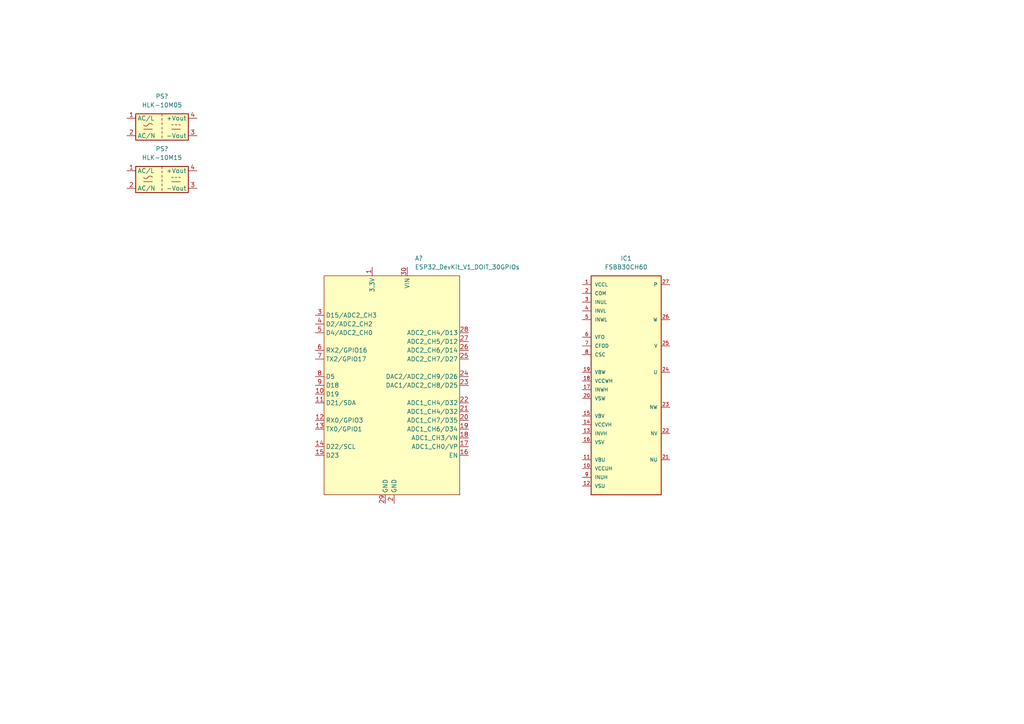
<source format=kicad_sch>
(kicad_sch (version 20231120) (generator "eeschema") (generator_version "8.0")
  (paper "A4")
  (lib_symbols
    (symbol "Converter_ACDC:HLK-10M05"
      (property "Reference" "PS" (at 0 5.08 0))
      (property "Value" "HLK-10M05" (at 0 -5.08 0))
      (symbol "HLK-10M05_0_1"
        (rectangle (start -7.62 3.81) (end 7.62 -3.81) (stroke (width 0.254)) (fill (type background)))
        (arc (start -5.334 0.635) (mid -4.699 0.2495) (end -4.064 0.635))
        (arc (start -2.794 0.635) (mid -3.429 1.0072) (end -4.064 0.635))
        (polyline (pts (xy -5.334 -0.635) (xy -2.794 -0.635)))
        (polyline (pts (xy 0 -2.54) (xy 0 -3.175)))
        (polyline (pts (xy 0 -1.27) (xy 0 -1.905)))
        (polyline (pts (xy 0 0) (xy 0 -0.635)))
        (polyline (pts (xy 0 1.27) (xy 0 0.635)))
        (polyline (pts (xy 0 2.54) (xy 0 1.905)))
        (polyline (pts (xy 0 3.81) (xy 0 3.175)))
        (polyline (pts (xy 2.794 -0.635) (xy 5.334 -0.635)))
        (polyline (pts (xy 2.794 0.635) (xy 3.302 0.635)))
        (polyline (pts (xy 3.81 0.635) (xy 4.318 0.635)))
        (polyline (pts (xy 4.826 0.635) (xy 5.334 0.635)))
      )
      (symbol "HLK-10M05_1_1"
        (pin power_in line (at -10.16 2.54 0) (length 2.54) (name "AC/L") (number "1"))
        (pin power_in line (at -10.16 -2.54 0) (length 2.54) (name "AC/N") (number "2"))
        (pin power_out line (at 10.16 -2.54 180) (length 2.54) (name "-Vout") (number "3"))
        (pin power_out line (at 10.16 2.54 180) (length 2.54) (name "+Vout") (number "4"))
      )
    )
    (symbol "Converter_ACDC:HLK-10M15"
      (property "Reference" "PS" (at 0 5.08 0))
      (property "Value" "HLK-10M15" (at 0 -5.08 0))
      (symbol "HLK-10M15_0_1"
        (rectangle (start -7.62 3.81) (end 7.62 -3.81) (stroke (width 0.254)) (fill (type background)))
        (arc (start -5.334 0.635) (mid -4.699 0.2495) (end -4.064 0.635))
        (arc (start -2.794 0.635) (mid -3.429 1.0072) (end -4.064 0.635))
        (polyline (pts (xy -5.334 -0.635) (xy -2.794 -0.635)))
        (polyline (pts (xy 0 -2.54) (xy 0 -3.175)))
        (polyline (pts (xy 0 -1.27) (xy 0 -1.905)))
        (polyline (pts (xy 0 0) (xy 0 -0.635)))
        (polyline (pts (xy 0 1.27) (xy 0 0.635)))
        (polyline (pts (xy 0 2.54) (xy 0 1.905)))
        (polyline (pts (xy 0 3.81) (xy 0 3.175)))
        (polyline (pts (xy 2.794 -0.635) (xy 5.334 -0.635)))
        (polyline (pts (xy 2.794 0.635) (xy 3.302 0.635)))
        (polyline (pts (xy 3.81 0.635) (xy 4.318 0.635)))
        (polyline (pts (xy 4.826 0.635) (xy 5.334 0.635)))
      )
      (symbol "HLK-10M15_1_1"
        (pin power_in line (at -10.16 2.54 0) (length 2.54) (name "AC/L") (number "1"))
        (pin power_in line (at -10.16 -2.54 0) (length 2.54) (name "AC/N") (number "2"))
        (pin power_out line (at 10.16 -2.54 180) (length 2.54) (name "-Vout") (number "3"))
        (pin power_out line (at 10.16 2.54 180) (length 2.54) (name "+Vout") (number "4"))
      )
    )
    (symbol "FSBB30CH60:FSBB30CH60" (pin_names (offset 1.016))
      (property "Reference" "IC" (at -10.1718 31.7868 0))
      (property "Value" "FSBB30CH60" (at -10.1728 -35.6049 0))
      (symbol "FSBB30CH60_0_0"
        (rectangle (start -10.16 -33.02) (end 10.16 30.48) (stroke (width 0.254)) (fill (type background)))
        (pin power_in line (at -12.7 27.94 0) (length 2.54) (name "VCCL") (number "1"))
        (pin input line (at -12.7 -25.4 0) (length 2.54) (name "VCCUH") (number "10"))
        (pin input line (at -12.7 -22.86 0) (length 2.54) (name "VBU") (number "11"))
        (pin input line (at -12.7 -30.48 0) (length 2.54) (name "VSU") (number "12"))
        (pin input line (at -12.7 -15.24 0) (length 2.54) (name "INVH") (number "13"))
        (pin input line (at -12.7 -12.7 0) (length 2.54) (name "VCCVH") (number "14"))
        (pin input line (at -12.7 -10.16 0) (length 2.54) (name "VBV") (number "15"))
        (pin input line (at -12.7 -17.78 0) (length 2.54) (name "VSV") (number "16"))
        (pin input line (at -12.7 -2.54 0) (length 2.54) (name "INWH") (number "17"))
        (pin input line (at -12.7 0 0) (length 2.54) (name "VCCWH") (number "18"))
        (pin input line (at -12.7 2.54 0) (length 2.54) (name "VBW") (number "19"))
        (pin power_in line (at -12.7 25.4 0) (length 2.54) (name "COM") (number "2"))
        (pin input line (at -12.7 -5.08 0) (length 2.54) (name "VSW") (number "20"))
        (pin input line (at 12.7 -22.86 180) (length 2.54) (name "NU") (number "21"))
        (pin input line (at 12.7 -15.24 180) (length 2.54) (name "NV") (number "22"))
        (pin input line (at 12.7 -7.62 180) (length 2.54) (name "NW") (number "23"))
        (pin output line (at 12.7 2.54 180) (length 2.54) (name "U") (number "24"))
        (pin output line (at 12.7 10.16 180) (length 2.54) (name "V") (number "25"))
        (pin output line (at 12.7 17.78 180) (length 2.54) (name "W") (number "26"))
        (pin input line (at 12.7 27.94 180) (length 2.54) (name "P") (number "27"))
        (pin input line (at -12.7 22.86 0) (length 2.54) (name "INUL") (number "3"))
        (pin input line (at -12.7 20.32 0) (length 2.54) (name "INVL") (number "4"))
        (pin input line (at -12.7 17.78 0) (length 2.54) (name "INWL") (number "5"))
        (pin output line (at -12.7 12.7 0) (length 2.54) (name "VFO") (number "6"))
        (pin passive line (at -12.7 10.16 0) (length 2.54) (name "CFOD") (number "7"))
        (pin passive line (at -12.7 7.62 0) (length 2.54) (name "CSC") (number "8"))
        (pin input line (at -12.7 -27.94 0) (length 2.54) (name "INUH") (number "9"))
      )
    )
    (symbol "PCM_SL_Development_Board:ESP32_DevKit_V1_DOIT_30GPIOs"
      (property "Reference" "A" (at -11.43 34.29 0))
      (property "Value" "ESP32_DevKit_V1_DOIT_30GPIOs" (at 2.54 -22.86 0))
      (symbol "ESP32_DevKit_V1_DOIT_30GPIOs_0_1"
        (rectangle (start -19.05 33.02) (end 20.32 -30.48) (fill (type background)))
      )
      (symbol "ESP32_DevKit_V1_DOIT_30GPIOs_1_1"
        (pin power_in line (at -5.08 35.56 270) (length 2.54) (name "3.3V") (number "1"))
        (pin bidirectional line (at -21.59 -1.27 0) (length 2.54) (name "D19") (number "10"))
        (pin bidirectional line (at -21.59 -3.81 0) (length 2.54) (name "D21/SDA") (number "11"))
        (pin bidirectional line (at -21.59 -8.89 0) (length 2.54) (name "RX0/GPIO3") (number "12"))
        (pin bidirectional line (at -21.59 -11.43 0) (length 2.54) (name "TX0/GPIO1") (number "13"))
        (pin bidirectional line (at -21.59 -16.51 0) (length 2.54) (name "D22/SCL") (number "14"))
        (pin bidirectional line (at -21.59 -19.05 0) (length 2.54) (name "D23") (number "15"))
        (pin bidirectional line (at 22.86 -19.05 180) (length 2.54) (name "EN") (number "16"))
        (pin bidirectional line (at 22.86 -16.51 180) (length 2.54) (name "ADC1_CH0/VP") (number "17"))
        (pin bidirectional line (at 22.86 -13.97 180) (length 2.54) (name "ADC1_CH3/VN") (number "18"))
        (pin bidirectional line (at 22.86 -11.43 180) (length 2.54) (name "ADC1_CH6/D34") (number "19"))
        (pin power_in line (at 1.27 -33.02 90) (length 2.54) (name "GND") (number "2"))
        (pin bidirectional line (at 22.86 -8.89 180) (length 2.54) (name "ADC1_CH7/D35") (number "20"))
        (pin bidirectional line (at 22.86 -6.35 180) (length 2.54) (name "ADC1_CH4/D32") (number "21"))
        (pin bidirectional line (at 22.86 -3.81 180) (length 2.54) (name "ADC1_CH4/D32") (number "22"))
        (pin bidirectional line (at 22.86 1.27 180) (length 2.54) (name "DAC1/ADC2_CH8/D25") (number "23"))
        (pin bidirectional line (at 22.86 3.81 180) (length 2.54) (name "DAC2/ADC2_CH9/D26") (number "24"))
        (pin bidirectional line (at 22.86 8.89 180) (length 2.54) (name "ADC2_CH7/D27") (number "25"))
        (pin bidirectional line (at 22.86 11.43 180) (length 2.54) (name "ADC2_CH6/D14") (number "26"))
        (pin bidirectional line (at 22.86 13.97 180) (length 2.54) (name "ADC2_CH5/D12") (number "27"))
        (pin bidirectional line (at 22.86 16.51 180) (length 2.54) (name "ADC2_CH4/D13") (number "28"))
        (pin power_in line (at -1.27 -33.02 90) (length 2.54) (name "GND") (number "29"))
        (pin bidirectional line (at -21.59 21.59 0) (length 2.54) (name "D15/ADC2_CH3") (number "3"))
        (pin power_in line (at 5.08 35.56 270) (length 2.54) (name "VIN") (number "30"))
        (pin bidirectional line (at -21.59 19.05 0) (length 2.54) (name "D2/ADC2_CH2") (number "4"))
        (pin bidirectional line (at -21.59 16.51 0) (length 2.54) (name "D4/ADC2_CH0") (number "5"))
        (pin bidirectional line (at -21.59 11.43 0) (length 2.54) (name "RX2/GPIO16") (number "6"))
        (pin bidirectional line (at -21.59 8.89 0) (length 2.54) (name "TX2/GPIO17") (number "7"))
        (pin bidirectional line (at -21.59 3.81 0) (length 2.54) (name "D5") (number "8"))
        (pin bidirectional line (at -21.59 1.27 0) (length 2.54) (name "D18") (number "9"))
      )
    )
  )
  (image (at -129.54 68.58))
  (symbol (lib_id "Converter_ACDC:HLK-10M15") (at 46.99 52.07 0) (unit 1)
    (property "Reference" "PS?" (at 46.99 43.18 0))
    (property "Value" "HLK-10M15" (at 46.99 45.72 0))
    (property "Footprint" "Converter_ACDC:Converter_ACDC_Hi-Link_HLK-10Mxx" (effects (hide yes)))
    (property "Datasheet" "http://h.hlktech.com/download/ACDC%E7%94%B5%E6%BA%90%E6%A8%A1%E5%9D%9710W%E7%B3%BB%E5%88%97/1/%E6%B5%B7%E5%87%8C%E7%A7%9110W%E7%B3%BB%E5%88%97%E7%94%B5%E6%BA%90%E6%A8%A1%E5%9D%97%E8%A7%84%E6%A0%BC%E4%B9%A6V1.8.pdf" (effects (hide yes)))
    (property "Description" "Compact AC/DC board mount power module 10W 15V" (effects (hide yes)))
  )
  (symbol (lib_id "PCM_SL_Development_Board:ESP32_DevKit_V1_DOIT_30GPIOs") (at 113.03 113.03 0) (unit 1)
    (property "Reference" "A?" (at 120.3041 74.93 0) (effects (justify left)))
    (property "Value" "ESP32_DevKit_V1_DOIT_30GPIOs" (at 120.3041 77.47 0) (effects (justify left)))
    (property "Footprint" "PCM_SL_Development_Boards:DOIT_ESP32_DEVKIT_30Pins" (effects (hide yes)))
    (property "Description" "Microcontroller module with ESP32 MCU, WiFi and Bluetooth" (effects (hide yes)))
  )
  (symbol (lib_id "FSBB30CH60:FSBB30CH60") (at 181.61 110.49 0) (unit 1)
    (property "Reference" "IC1" (at 181.61 74.93 0))
    (property "Value" "FSBB30CH60" (at 181.61 77.47 0))
    (property "Footprint" "FSBB30CH60:FSBB30CH60" (effects (hide yes)))
    (property "MF" "ON Semiconductor" (effects (hide yes)))
    (property "Description_1" "\n                        \n                            Power Driver Module IGBT 3 Phase 600 V 30 A 27-PowerDIP Module (1.205, 30.60mm)\n                        \n" (effects (hide yes)))
    (property "Package" "PowerDIP-27 ON Semiconductor" (effects (hide yes)))
    (property "MPN" "FSBB30CH60B" (effects (hide yes)))
    (property "Price" "None" (effects (hide yes)))
    (property "OC_FARNELL" "1783234" (effects (hide yes)))
    (property "SnapEDA_Link" "https://www.snapeda.com/parts/FSBB30CH60/Onsemi/view-part/?ref=snap" (effects (hide yes)))
    (property "MP" "FSBB30CH60" (effects (hide yes)))
    (property "OC_NEWARK" "78M1076" (effects (hide yes)))
    (property "Availability" "In Stock" (effects (hide yes)))
    (property "Check_prices" "https://www.snapeda.com/parts/FSBB30CH60/Onsemi/view-part/?ref=eda" (effects (hide yes)))
  )
  (symbol (lib_id "Converter_ACDC:HLK-10M05") (at 46.99 36.83 0) (unit 1)
    (property "Reference" "PS?" (at 46.99 27.94 0))
    (property "Value" "HLK-10M05" (at 46.99 30.48 0))
    (property "Footprint" "Converter_ACDC:Converter_ACDC_Hi-Link_HLK-10Mxx" (effects (hide yes)))
    (property "Datasheet" "http://h.hlktech.com/download/ACDC%E7%94%B5%E6%BA%90%E6%A8%A1%E5%9D%9710W%E7%B3%BB%E5%88%97/1/%E6%B5%B7%E5%87%8C%E7%A7%9110W%E7%B3%BB%E5%88%97%E7%94%B5%E6%BA%90%E6%A8%A1%E5%9D%97%E8%A7%84%E6%A0%BC%E4%B9%A6V1.8.pdf" (effects (hide yes)))
    (property "Description" "Compact AC/DC board mount power module 10W 5V" (effects (hide yes)))
  )
)
</source>
